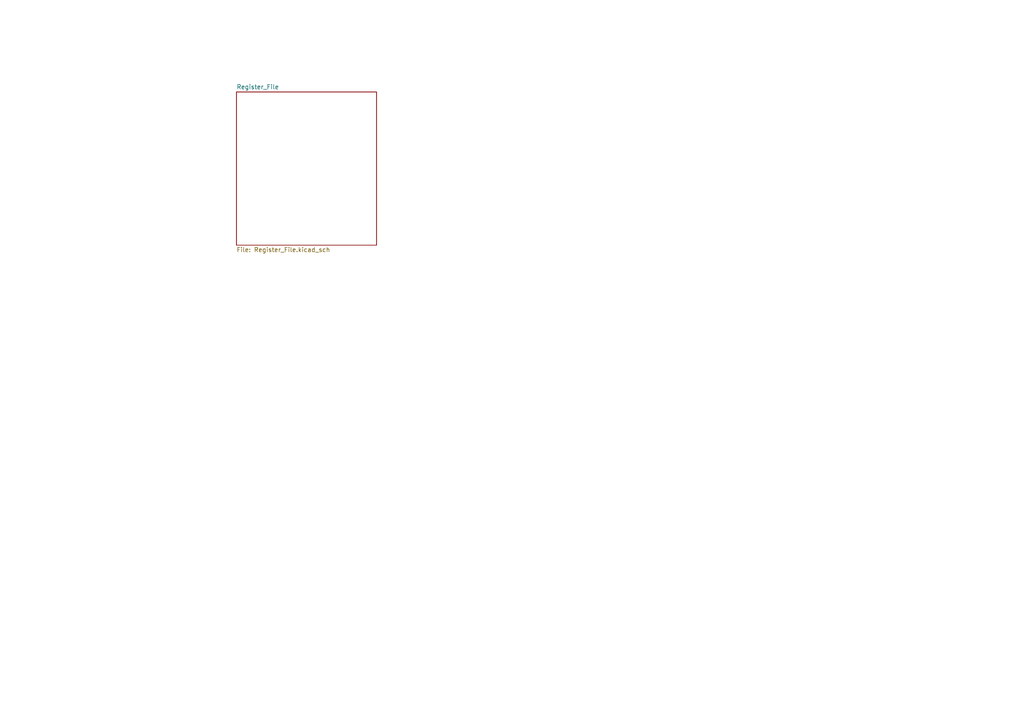
<source format=kicad_sch>
(kicad_sch
	(version 20231120)
	(generator "eeschema")
	(generator_version "8.0")
	(uuid "ef89d34a-0faf-4d0b-8858-25a7619a319e")
	(paper "A4")
	(lib_symbols)
	(sheet
		(at 68.58 26.67)
		(size 40.64 44.45)
		(fields_autoplaced yes)
		(stroke
			(width 0.1524)
			(type solid)
		)
		(fill
			(color 0 0 0 0.0000)
		)
		(uuid "e5e5f22c-3dd6-4e6e-b5f6-bd5aaccf4a39")
		(property "Sheetname" "Register_File"
			(at 68.58 25.9584 0)
			(effects
				(font
					(size 1.27 1.27)
				)
				(justify left bottom)
			)
		)
		(property "Sheetfile" "Register_File.kicad_sch"
			(at 68.58 71.7046 0)
			(effects
				(font
					(size 1.27 1.27)
				)
				(justify left top)
			)
		)
		(instances
			(project "Main_CPU"
				(path "/ef89d34a-0faf-4d0b-8858-25a7619a319e"
					(page "2")
				)
			)
		)
	)
	(sheet_instances
		(path "/"
			(page "1")
		)
	)
)

</source>
